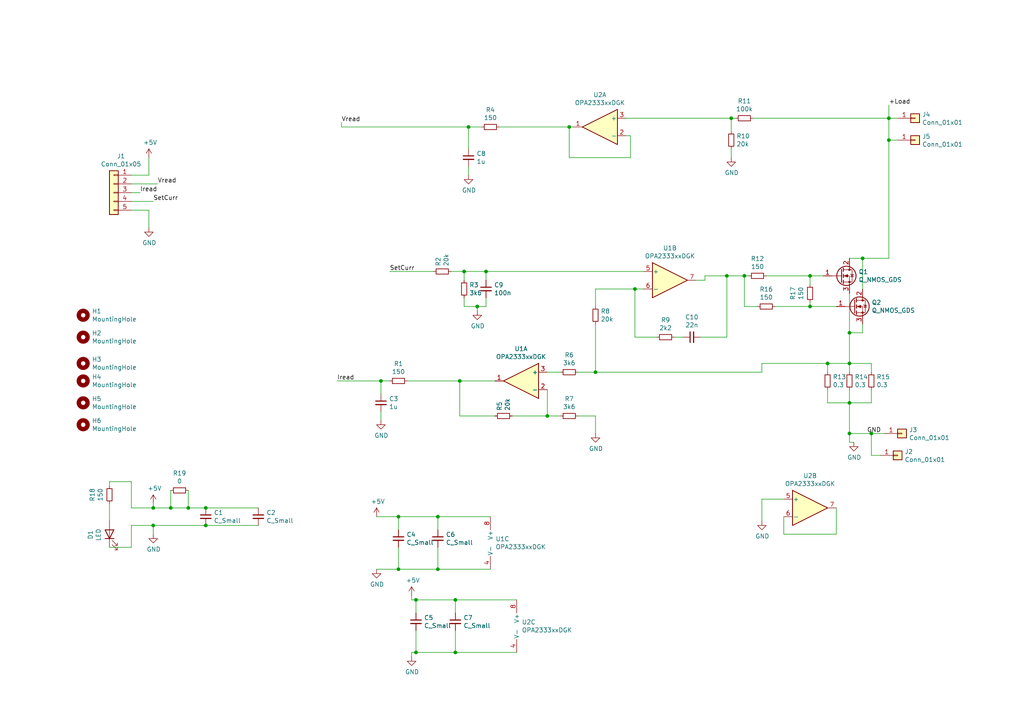
<source format=kicad_sch>
(kicad_sch (version 20211123) (generator eeschema)
  (paper "A4")
  (lib_symbols
    (symbol "Amplifier_Operational:OPA2333xxDGK" (pin_names (offset 0.127))
      (property "Reference" "U" (at 0 5.08 0))
      (property "Value" "OPA2333xxDGK" (at 0 -5.08 0))
      (symbol "OPA2333xxDGK_1_1"
        (polyline (pts (xy -5.08 5.08) (xy 5.08 0) (xy -5.08 -5.08) (xy -5.08 5.08)) (stroke (width 0.254)) (fill (type background)))
        (pin output line (at 7.62 0 180) (length 2.54) (name "~") (number "1"))
        (pin input line (at -7.62 -2.54 0) (length 2.54) (name "-") (number "2"))
        (pin input line (at -7.62 2.54 0) (length 2.54) (name "+") (number "3"))
      )
      (symbol "OPA2333xxDGK_2_1"
        (polyline (pts (xy -5.08 5.08) (xy 5.08 0) (xy -5.08 -5.08) (xy -5.08 5.08)) (stroke (width 0.254)) (fill (type background)))
        (pin input line (at -7.62 2.54 0) (length 2.54) (name "+") (number "5"))
        (pin input line (at -7.62 -2.54 0) (length 2.54) (name "-") (number "6"))
        (pin output line (at 7.62 0 180) (length 2.54) (name "~") (number "7"))
      )
      (symbol "OPA2333xxDGK_3_1"
        (pin power_in line (at -2.54 -7.62 90) (length 3.81) (name "V-") (number "4"))
        (pin power_in line (at -2.54 7.62 270) (length 3.81) (name "V+") (number "8"))
      )
    )
    (symbol "Connector_Generic:Conn_01x01" (pin_names (offset 1.016) hide)
      (property "Reference" "J" (at 0 2.54 0))
      (property "Value" "Conn_01x01" (at 0 -2.54 0))
      (symbol "Conn_01x01_1_1"
        (rectangle (start -1.27 0.127) (end 0 -0.127) (stroke (width 0.1524)))
        (rectangle (start -1.27 1.27) (end 1.27 -1.27) (stroke (width 0.254)) (fill (type background)))
        (pin passive line (at -5.08 0 0) (length 3.81) (name "Pin_1") (number "1"))
      )
    )
    (symbol "Connector_Generic:Conn_01x05" (pin_names (offset 1.016) hide)
      (property "Reference" "J" (at 0 7.62 0))
      (property "Value" "Conn_01x05" (at 0 -7.62 0))
      (symbol "Conn_01x05_1_1"
        (rectangle (start -1.27 -4.953) (end 0 -5.207) (stroke (width 0.1524)))
        (rectangle (start -1.27 -2.413) (end 0 -2.667) (stroke (width 0.1524)))
        (rectangle (start -1.27 0.127) (end 0 -0.127) (stroke (width 0.1524)))
        (rectangle (start -1.27 2.667) (end 0 2.413) (stroke (width 0.1524)))
        (rectangle (start -1.27 5.207) (end 0 4.953) (stroke (width 0.1524)))
        (rectangle (start -1.27 6.35) (end 1.27 -6.35) (stroke (width 0.254)) (fill (type background)))
        (pin passive line (at -5.08 5.08 0) (length 3.81) (name "Pin_1") (number "1"))
        (pin passive line (at -5.08 2.54 0) (length 3.81) (name "Pin_2") (number "2"))
        (pin passive line (at -5.08 0 0) (length 3.81) (name "Pin_3") (number "3"))
        (pin passive line (at -5.08 -2.54 0) (length 3.81) (name "Pin_4") (number "4"))
        (pin passive line (at -5.08 -5.08 0) (length 3.81) (name "Pin_5") (number "5"))
      )
    )
    (symbol "Device:C_Small" (pin_numbers hide) (pin_names (offset 0.254) hide)
      (property "Reference" "C" (at 0.254 1.778 0))
      (property "Value" "C_Small" (at 0.254 -2.032 0))
      (symbol "C_Small_0_1"
        (polyline (pts (xy -1.524 -0.508) (xy 1.524 -0.508)) (stroke (width 0.3302)))
        (polyline (pts (xy -1.524 0.508) (xy 1.524 0.508)) (stroke (width 0.3048)))
      )
      (symbol "C_Small_1_1"
        (pin passive line (at 0 2.54 270) (length 2.032) (name "~") (number "1"))
        (pin passive line (at 0 -2.54 90) (length 2.032) (name "~") (number "2"))
      )
    )
    (symbol "Device:LED" (pin_numbers hide) (pin_names (offset 1.016) hide)
      (property "Reference" "D" (at 0 2.54 0))
      (property "Value" "LED" (at 0 -2.54 0))
      (symbol "LED_0_1"
        (polyline (pts (xy -1.27 -1.27) (xy -1.27 1.27)) (stroke (width 0.254)))
        (polyline (pts (xy -1.27 0) (xy 1.27 0)))
        (polyline (pts (xy 1.27 -1.27) (xy 1.27 1.27) (xy -1.27 0) (xy 1.27 -1.27)) (stroke (width 0.254)))
        (polyline (pts (xy -3.048 -0.762) (xy -4.572 -2.286) (xy -3.81 -2.286) (xy -4.572 -2.286) (xy -4.572 -1.524)))
        (polyline (pts (xy -1.778 -0.762) (xy -3.302 -2.286) (xy -2.54 -2.286) (xy -3.302 -2.286) (xy -3.302 -1.524)))
      )
      (symbol "LED_1_1"
        (pin passive line (at -3.81 0 0) (length 2.54) (name "K") (number "1"))
        (pin passive line (at 3.81 0 180) (length 2.54) (name "A") (number "2"))
      )
    )
    (symbol "Device:Q_NMOS_GDS" (pin_names (offset 0) hide)
      (property "Reference" "Q" (at 5.08 1.27 0))
      (property "Value" "Q_NMOS_GDS" (at 5.08 -1.27 0))
      (symbol "Q_NMOS_GDS_0_1"
        (polyline (pts (xy 0.254 0) (xy -2.54 0)))
        (polyline (pts (xy 0.254 1.905) (xy 0.254 -1.905)) (stroke (width 0.254)))
        (polyline (pts (xy 0.762 -1.27) (xy 0.762 -2.286)) (stroke (width 0.254)))
        (polyline (pts (xy 0.762 0.508) (xy 0.762 -0.508)) (stroke (width 0.254)))
        (polyline (pts (xy 0.762 2.286) (xy 0.762 1.27)) (stroke (width 0.254)))
        (polyline (pts (xy 2.54 2.54) (xy 2.54 1.778)))
        (polyline (pts (xy 2.54 -2.54) (xy 2.54 0) (xy 0.762 0)))
        (polyline (pts (xy 0.762 -1.778) (xy 3.302 -1.778) (xy 3.302 1.778) (xy 0.762 1.778)))
        (polyline (pts (xy 1.016 0) (xy 2.032 0.381) (xy 2.032 -0.381) (xy 1.016 0)) (fill (type outline)))
        (polyline (pts (xy 2.794 0.508) (xy 2.921 0.381) (xy 3.683 0.381) (xy 3.81 0.254)))
        (polyline (pts (xy 3.302 0.381) (xy 2.921 -0.254) (xy 3.683 -0.254) (xy 3.302 0.381)))
        (circle (center 1.651 0) (radius 2.794) (stroke (width 0.254)))
        (circle (center 2.54 -1.778) (radius 0.254) (fill (type outline)))
        (circle (center 2.54 1.778) (radius 0.254) (fill (type outline)))
      )
      (symbol "Q_NMOS_GDS_1_1"
        (pin input line (at -5.08 0 0) (length 2.54) (name "G") (number "1"))
        (pin passive line (at 2.54 5.08 270) (length 2.54) (name "D") (number "2"))
        (pin passive line (at 2.54 -5.08 90) (length 2.54) (name "S") (number "3"))
      )
    )
    (symbol "Device:R_Small" (pin_numbers hide) (pin_names (offset 0.254) hide)
      (property "Reference" "R" (at 0.762 0.508 0))
      (property "Value" "R_Small" (at 0.762 -1.016 0))
      (symbol "R_Small_0_1"
        (rectangle (start -0.762 1.778) (end 0.762 -1.778) (stroke (width 0.2032)))
      )
      (symbol "R_Small_1_1"
        (pin passive line (at 0 2.54 270) (length 0.762) (name "~") (number "1"))
        (pin passive line (at 0 -2.54 90) (length 0.762) (name "~") (number "2"))
      )
    )
    (symbol "Mechanical:MountingHole" (pin_names (offset 1.016))
      (property "Reference" "H" (at 0 5.08 0))
      (property "Value" "MountingHole" (at 0 3.175 0))
      (symbol "MountingHole_0_1"
        (circle (center 0 0) (radius 1.27) (stroke (width 1.27)))
      )
    )
    (symbol "power:+5V" (power) (pin_names (offset 0))
      (property "Value" "+5V" (at 0 3.556 0))
      (symbol "+5V_0_1"
        (polyline (pts (xy -0.762 1.27) (xy 0 2.54)))
        (polyline (pts (xy 0 0) (xy 0 2.54)))
        (polyline (pts (xy 0 2.54) (xy 0.762 1.27)))
      )
      (symbol "+5V_1_1"
        (pin power_in line (at 0 0 90) (length 0) hide (name "+5V") (number "1"))
      )
    )
    (symbol "power:GND" (power) (pin_names (offset 0))
      (property "Value" "GND" (at 0 -3.81 0))
      (symbol "GND_0_1"
        (polyline (pts (xy 0 0) (xy 0 -1.27) (xy 1.27 -1.27) (xy 0 -2.54) (xy -1.27 -1.27) (xy 0 -1.27)))
      )
      (symbol "GND_1_1"
        (pin power_in line (at 0 0 270) (length 0) hide (name "GND") (number "1"))
      )
    )
  )
  (junction (at 140.97 78.74))
  (junction (at 184.15 83.82))
  (junction (at 246.38 105.41))
  (junction (at 115.57 165.1))
  (junction (at 44.45 147.32))
  (junction (at 127 149.86))
  (junction (at 252.73 125.73))
  (junction (at 212.09 34.29))
  (junction (at 133.35 110.49))
  (junction (at 120.65 189.23))
  (junction (at 132.08 189.23))
  (junction (at 115.57 149.86))
  (junction (at 215.9 80.01))
  (junction (at 240.03 105.41))
  (junction (at 257.81 40.64))
  (junction (at 165.1 36.83))
  (junction (at 158.75 120.65))
  (junction (at 172.72 107.95))
  (junction (at 234.95 88.9))
  (junction (at 210.82 80.01))
  (junction (at 59.69 152.4))
  (junction (at 134.62 78.74))
  (junction (at 246.38 116.84))
  (junction (at 135.89 36.83))
  (junction (at 138.43 88.9))
  (junction (at 246.38 125.73))
  (junction (at 49.53 147.32))
  (junction (at 59.69 147.32))
  (junction (at 120.65 173.99))
  (junction (at 246.38 96.52))
  (junction (at 250.19 74.93))
  (junction (at 234.95 80.01))
  (junction (at 132.08 173.99))
  (junction (at 54.61 147.32))
  (junction (at 257.81 34.29))
  (junction (at 110.49 110.49))
  (junction (at 44.45 152.4))
  (junction (at 127 165.1))
  (wire (pts (xy 134.62 88.9) (xy 138.43 88.9)))
  (wire (pts (xy 142.24 165.1) (xy 127 165.1)))
  (wire (pts (xy 240.03 116.84) (xy 246.38 116.84)))
  (wire (pts (xy 158.75 120.65) (xy 148.59 120.65)))
  (wire (pts (xy 227.33 149.86) (xy 227.33 154.94)))
  (wire (pts (xy 167.64 107.95) (xy 172.72 107.95)))
  (wire (pts (xy 186.69 83.82) (xy 184.15 83.82)))
  (wire (pts (xy 120.65 189.23) (xy 119.38 189.23)))
  (wire (pts (xy 260.35 34.29) (xy 257.81 34.29)))
  (wire (pts (xy 215.9 88.9) (xy 219.71 88.9)))
  (wire (pts (xy 127 149.86) (xy 142.24 149.86)))
  (wire (pts (xy 132.08 182.88) (xy 132.08 189.23)))
  (wire (pts (xy 135.89 36.83) (xy 135.89 43.18)))
  (wire (pts (xy 38.1 53.34) (xy 45.72 53.34)))
  (wire (pts (xy 257.81 34.29) (xy 257.81 30.48)))
  (wire (pts (xy 246.38 128.27) (xy 247.65 128.27)))
  (wire (pts (xy 119.38 173.99) (xy 120.65 173.99)))
  (wire (pts (xy 227.33 154.94) (xy 242.57 154.94)))
  (wire (pts (xy 38.1 152.4) (xy 44.45 152.4)))
  (wire (pts (xy 181.61 34.29) (xy 212.09 34.29)))
  (wire (pts (xy 99.06 36.83) (xy 135.89 36.83)))
  (wire (pts (xy 140.97 88.9) (xy 138.43 88.9)))
  (wire (pts (xy 31.75 139.7) (xy 38.1 139.7)))
  (wire (pts (xy 120.65 182.88) (xy 120.65 189.23)))
  (wire (pts (xy 218.44 34.29) (xy 257.81 34.29)))
  (wire (pts (xy 252.73 107.95) (xy 252.73 105.41)))
  (wire (pts (xy 234.95 80.01) (xy 238.76 80.01)))
  (wire (pts (xy 109.22 149.86) (xy 115.57 149.86)))
  (wire (pts (xy 133.35 110.49) (xy 143.51 110.49)))
  (wire (pts (xy 31.75 140.97) (xy 31.75 139.7)))
  (wire (pts (xy 110.49 110.49) (xy 97.79 110.49)))
  (wire (pts (xy 119.38 172.72) (xy 119.38 173.99)))
  (wire (pts (xy 99.06 36.83) (xy 99.06 35.56)))
  (wire (pts (xy 255.27 132.08) (xy 252.73 132.08)))
  (wire (pts (xy 215.9 88.9) (xy 215.9 80.01)))
  (wire (pts (xy 252.73 116.84) (xy 252.73 113.03)))
  (wire (pts (xy 110.49 121.92) (xy 110.49 119.38)))
  (wire (pts (xy 38.1 58.42) (xy 44.45 58.42)))
  (wire (pts (xy 127 158.75) (xy 127 165.1)))
  (wire (pts (xy 210.82 97.79) (xy 210.82 80.01)))
  (wire (pts (xy 246.38 116.84) (xy 252.73 116.84)))
  (wire (pts (xy 140.97 86.36) (xy 140.97 88.9)))
  (wire (pts (xy 203.2 97.79) (xy 210.82 97.79)))
  (wire (pts (xy 210.82 80.01) (xy 204.47 80.01)))
  (wire (pts (xy 246.38 107.95) (xy 246.38 105.41)))
  (wire (pts (xy 38.1 147.32) (xy 44.45 147.32)))
  (wire (pts (xy 252.73 125.73) (xy 256.54 125.73)))
  (wire (pts (xy 212.09 34.29) (xy 213.36 34.29)))
  (wire (pts (xy 140.97 81.28) (xy 140.97 78.74)))
  (wire (pts (xy 119.38 189.23) (xy 119.38 190.5)))
  (wire (pts (xy 31.75 158.75) (xy 38.1 158.75)))
  (wire (pts (xy 143.51 120.65) (xy 133.35 120.65)))
  (wire (pts (xy 110.49 110.49) (xy 113.03 110.49)))
  (wire (pts (xy 212.09 43.18) (xy 212.09 45.72)))
  (wire (pts (xy 246.38 116.84) (xy 246.38 125.73)))
  (wire (pts (xy 246.38 125.73) (xy 246.38 128.27)))
  (wire (pts (xy 133.35 120.65) (xy 133.35 110.49)))
  (wire (pts (xy 257.81 40.64) (xy 257.81 34.29)))
  (wire (pts (xy 113.03 78.74) (xy 125.73 78.74)))
  (wire (pts (xy 240.03 113.03) (xy 240.03 116.84)))
  (wire (pts (xy 115.57 149.86) (xy 127 149.86)))
  (wire (pts (xy 215.9 80.01) (xy 217.17 80.01)))
  (wire (pts (xy 204.47 80.01) (xy 204.47 81.28)))
  (wire (pts (xy 172.72 125.73) (xy 172.72 120.65)))
  (wire (pts (xy 54.61 142.24) (xy 54.61 147.32)))
  (wire (pts (xy 260.35 40.64) (xy 257.81 40.64)))
  (wire (pts (xy 222.25 80.01) (xy 234.95 80.01)))
  (wire (pts (xy 158.75 113.03) (xy 158.75 120.65)))
  (wire (pts (xy 44.45 146.05) (xy 44.45 147.32)))
  (wire (pts (xy 182.88 45.72) (xy 165.1 45.72)))
  (wire (pts (xy 234.95 87.63) (xy 234.95 88.9)))
  (wire (pts (xy 246.38 116.84) (xy 246.38 113.03)))
  (wire (pts (xy 134.62 81.28) (xy 134.62 78.74)))
  (wire (pts (xy 120.65 173.99) (xy 132.08 173.99)))
  (wire (pts (xy 120.65 177.8) (xy 120.65 173.99)))
  (wire (pts (xy 172.72 83.82) (xy 184.15 83.82)))
  (wire (pts (xy 139.7 36.83) (xy 135.89 36.83)))
  (wire (pts (xy 165.1 45.72) (xy 165.1 36.83)))
  (wire (pts (xy 134.62 78.74) (xy 130.81 78.74)))
  (wire (pts (xy 158.75 107.95) (xy 162.56 107.95)))
  (wire (pts (xy 250.19 93.98) (xy 250.19 96.52)))
  (wire (pts (xy 181.61 39.37) (xy 182.88 39.37)))
  (wire (pts (xy 74.93 152.4) (xy 59.69 152.4)))
  (wire (pts (xy 44.45 152.4) (xy 44.45 154.94)))
  (wire (pts (xy 38.1 139.7) (xy 38.1 147.32)))
  (wire (pts (xy 127 165.1) (xy 115.57 165.1)))
  (wire (pts (xy 234.95 82.55) (xy 234.95 80.01)))
  (wire (pts (xy 246.38 96.52) (xy 246.38 105.41)))
  (wire (pts (xy 220.98 144.78) (xy 220.98 151.13)))
  (wire (pts (xy 43.18 60.96) (xy 38.1 60.96)))
  (wire (pts (xy 250.19 74.93) (xy 257.81 74.93)))
  (wire (pts (xy 132.08 177.8) (xy 132.08 173.99)))
  (wire (pts (xy 165.1 36.83) (xy 166.37 36.83)))
  (wire (pts (xy 210.82 80.01) (xy 215.9 80.01)))
  (wire (pts (xy 212.09 38.1) (xy 212.09 34.29)))
  (wire (pts (xy 38.1 55.88) (xy 40.64 55.88)))
  (wire (pts (xy 234.95 88.9) (xy 242.57 88.9)))
  (wire (pts (xy 224.79 88.9) (xy 234.95 88.9)))
  (wire (pts (xy 184.15 83.82) (xy 184.15 97.79)))
  (wire (pts (xy 54.61 147.32) (xy 59.69 147.32)))
  (wire (pts (xy 246.38 85.09) (xy 246.38 96.52)))
  (wire (pts (xy 165.1 36.83) (xy 144.78 36.83)))
  (wire (pts (xy 115.57 153.67) (xy 115.57 149.86)))
  (wire (pts (xy 134.62 86.36) (xy 134.62 88.9)))
  (wire (pts (xy 220.98 105.41) (xy 240.03 105.41)))
  (wire (pts (xy 138.43 88.9) (xy 138.43 90.17)))
  (wire (pts (xy 220.98 107.95) (xy 220.98 105.41)))
  (wire (pts (xy 257.81 74.93) (xy 257.81 40.64)))
  (wire (pts (xy 38.1 158.75) (xy 38.1 152.4)))
  (wire (pts (xy 182.88 39.37) (xy 182.88 45.72)))
  (wire (pts (xy 43.18 50.8) (xy 43.18 45.72)))
  (wire (pts (xy 198.12 97.79) (xy 195.58 97.79)))
  (wire (pts (xy 250.19 83.82) (xy 250.19 74.93)))
  (wire (pts (xy 44.45 147.32) (xy 49.53 147.32)))
  (wire (pts (xy 246.38 74.93) (xy 250.19 74.93)))
  (wire (pts (xy 133.35 110.49) (xy 118.11 110.49)))
  (wire (pts (xy 132.08 173.99) (xy 149.86 173.99)))
  (wire (pts (xy 59.69 152.4) (xy 44.45 152.4)))
  (wire (pts (xy 252.73 132.08) (xy 252.73 125.73)))
  (wire (pts (xy 227.33 144.78) (xy 220.98 144.78)))
  (wire (pts (xy 132.08 189.23) (xy 120.65 189.23)))
  (wire (pts (xy 172.72 107.95) (xy 172.72 93.98)))
  (wire (pts (xy 246.38 105.41) (xy 240.03 105.41)))
  (wire (pts (xy 38.1 50.8) (xy 43.18 50.8)))
  (wire (pts (xy 31.75 151.13) (xy 31.75 146.05)))
  (wire (pts (xy 127 153.67) (xy 127 149.86)))
  (wire (pts (xy 49.53 147.32) (xy 54.61 147.32)))
  (wire (pts (xy 49.53 142.24) (xy 49.53 147.32)))
  (wire (pts (xy 43.18 66.04) (xy 43.18 60.96)))
  (wire (pts (xy 115.57 158.75) (xy 115.57 165.1)))
  (wire (pts (xy 59.69 147.32) (xy 74.93 147.32)))
  (wire (pts (xy 204.47 81.28) (xy 201.93 81.28)))
  (wire (pts (xy 172.72 120.65) (xy 167.64 120.65)))
  (wire (pts (xy 172.72 88.9) (xy 172.72 83.82)))
  (wire (pts (xy 110.49 114.3) (xy 110.49 110.49)))
  (wire (pts (xy 140.97 78.74) (xy 134.62 78.74)))
  (wire (pts (xy 186.69 78.74) (xy 140.97 78.74)))
  (wire (pts (xy 149.86 189.23) (xy 132.08 189.23)))
  (wire (pts (xy 240.03 105.41) (xy 240.03 107.95)))
  (wire (pts (xy 184.15 97.79) (xy 190.5 97.79)))
  (wire (pts (xy 246.38 125.73) (xy 252.73 125.73)))
  (wire (pts (xy 172.72 107.95) (xy 220.98 107.95)))
  (wire (pts (xy 135.89 50.8) (xy 135.89 48.26)))
  (wire (pts (xy 242.57 154.94) (xy 242.57 147.32)))
  (wire (pts (xy 115.57 165.1) (xy 109.22 165.1)))
  (wire (pts (xy 252.73 105.41) (xy 246.38 105.41)))
  (wire (pts (xy 158.75 120.65) (xy 162.56 120.65)))
  (wire (pts (xy 250.19 96.52) (xy 246.38 96.52)))
  (label "SetCurr" (at 113.03 78.74 0))
  (label "Vread" (at 45.72 53.34 0))
  (label "Iread" (at 97.79 110.49 0))
  (label "GND" (at 251.46 125.73 0))
  (label "SetCurr" (at 44.45 58.42 0))
  (label "Vread" (at 99.06 35.56 0))
  (label "Iread" (at 40.64 55.88 0))
  (label "+Load" (at 257.81 30.48 0))
  (symbol (lib_id "Connector_Generic:Conn_01x05") (at 33.02 55.88 0) (mirror y) (unit 1)
    (property "Reference" "J1" (at 35.1028 45.2882 0))
    (property "Value" "Conn_01x05" (at 35.1028 47.5996 0))
    (property "Footprint" "Connector_JST:JST_XH_B5B-XH-AM_1x05_P2.50mm_Vertical" (effects hide))
  )
  (symbol (lib_id "power:GND") (at 43.18 66.04 0) (unit 1)
    (property "Reference" "#PWR0101" (effects hide))
    (property "Value" "GND" (at 43.307 70.4342 0))
  )
  (symbol (lib_id "power:+5V") (at 43.18 45.72 0) (unit 1)
    (property "Reference" "#PWR0102" (effects hide))
    (property "Value" "+5V" (at 43.561 41.3258 0))
  )
  (symbol (lib_id "Amplifier_Operational:OPA2333xxDGK") (at 173.99 36.83 0) (mirror y) (unit 1)
    (property "Reference" "U2" (at 173.99 27.5082 0))
    (property "Value" "OPA2333xxDGK" (at 173.99 29.8196 0))
    (property "Footprint" "Package_SO:VSSOP-8_3.0x3.0mm_P0.65mm" (effects hide))
    (property "Datasheet" "http://www.ti.com/lit/ds/symlink/opa333.pdf" (effects hide))
  )
  (symbol (lib_id "Amplifier_Operational:OPA2333xxDGK") (at 234.95 147.32 0) (unit 2)
    (property "Reference" "U2" (at 234.95 137.9982 0))
    (property "Value" "OPA2333xxDGK" (at 234.95 140.3096 0))
    (property "Footprint" "Package_SO:VSSOP-8_3.0x3.0mm_P0.65mm" (effects hide))
    (property "Datasheet" "http://www.ti.com/lit/ds/symlink/opa333.pdf" (effects hide))
  )
  (symbol (lib_id "Amplifier_Operational:OPA2333xxDGK") (at 144.78 157.48 0) (unit 3)
    (property "Reference" "U1" (at 143.7132 156.3116 0) (effects (justify left)))
    (property "Value" "OPA2333xxDGK" (at 143.7132 158.623 0) (effects (justify left)))
    (property "Footprint" "Package_SO:VSSOP-8_3.0x3.0mm_P0.65mm" (effects hide))
    (property "Datasheet" "http://www.ti.com/lit/ds/symlink/opa333.pdf" (effects hide))
  )
  (symbol (lib_id "Amplifier_Operational:OPA2333xxDGK") (at 151.13 110.49 0) (mirror y) (unit 1)
    (property "Reference" "U1" (at 151.13 101.1682 0))
    (property "Value" "OPA2333xxDGK" (at 151.13 103.4796 0))
    (property "Footprint" "Package_SO:VSSOP-8_3.0x3.0mm_P0.65mm" (effects hide))
    (property "Datasheet" "http://www.ti.com/lit/ds/symlink/opa333.pdf" (effects hide))
  )
  (symbol (lib_id "Amplifier_Operational:OPA2333xxDGK") (at 194.31 81.28 0) (unit 2)
    (property "Reference" "U1" (at 194.31 71.9582 0))
    (property "Value" "OPA2333xxDGK" (at 194.31 74.2696 0))
    (property "Footprint" "Package_SO:VSSOP-8_3.0x3.0mm_P0.65mm" (effects hide))
    (property "Datasheet" "http://www.ti.com/lit/ds/symlink/opa333.pdf" (effects hide))
  )
  (symbol (lib_id "Amplifier_Operational:OPA2333xxDGK") (at 152.4 181.61 0) (unit 3)
    (property "Reference" "U2" (at 151.3332 180.4416 0) (effects (justify left)))
    (property "Value" "OPA2333xxDGK" (at 151.3332 182.753 0) (effects (justify left)))
    (property "Footprint" "Package_SO:VSSOP-8_3.0x3.0mm_P0.65mm" (effects hide))
    (property "Datasheet" "http://www.ti.com/lit/ds/symlink/opa333.pdf" (effects hide))
  )
  (symbol (lib_id "Device:R_Small") (at 219.71 80.01 90) (unit 1)
    (property "Reference" "R12" (at 219.71 75.0316 90))
    (property "Value" "150" (at 219.71 77.343 90))
    (property "Footprint" "Resistor_SMD:R_0805_2012Metric_Pad1.20x1.40mm_HandSolder" (effects hide))
  )
  (symbol (lib_id "Device:C_Small") (at 200.66 97.79 90) (unit 1)
    (property "Reference" "C10" (at 200.66 91.9734 90))
    (property "Value" "22n" (at 200.66 94.2848 90))
    (property "Footprint" "Capacitor_SMD:C_0805_2012Metric_Pad1.18x1.45mm_HandSolder" (effects hide))
  )
  (symbol (lib_id "Device:C_Small") (at 59.69 149.86 0) (unit 1)
    (property "Reference" "C1" (at 62.0268 148.6916 0) (effects (justify left)))
    (property "Value" "C_Small" (at 62.0268 151.003 0) (effects (justify left)))
    (property "Footprint" "Capacitor_SMD:C_0805_2012Metric_Pad1.18x1.45mm_HandSolder" (effects hide))
  )
  (symbol (lib_id "Device:C_Small") (at 74.93 149.86 0) (unit 1)
    (property "Reference" "C2" (at 77.2668 148.6916 0) (effects (justify left)))
    (property "Value" "C_Small" (at 77.2668 151.003 0) (effects (justify left)))
    (property "Footprint" "Capacitor_SMD:C_0805_2012Metric_Pad1.18x1.45mm_HandSolder" (effects hide))
  )
  (symbol (lib_id "Device:C_Small") (at 115.57 156.21 0) (unit 1)
    (property "Reference" "C4" (at 117.9068 155.0416 0) (effects (justify left)))
    (property "Value" "C_Small" (at 117.9068 157.353 0) (effects (justify left)))
    (property "Footprint" "Capacitor_SMD:C_0805_2012Metric_Pad1.18x1.45mm_HandSolder" (effects hide))
  )
  (symbol (lib_id "power:GND") (at 220.98 151.13 0) (unit 1)
    (property "Reference" "#PWR0103" (effects hide))
    (property "Value" "GND" (at 221.107 155.5242 0))
  )
  (symbol (lib_id "power:+5V") (at 109.22 149.86 0) (unit 1)
    (property "Reference" "#PWR0104" (effects hide))
    (property "Value" "+5V" (at 109.601 145.4658 0))
  )
  (symbol (lib_id "power:GND") (at 109.22 165.1 0) (unit 1)
    (property "Reference" "#PWR0105" (effects hide))
    (property "Value" "GND" (at 109.347 169.4942 0))
  )
  (symbol (lib_id "power:+5V") (at 44.45 146.05 0) (unit 1)
    (property "Reference" "#PWR0106" (effects hide))
    (property "Value" "+5V" (at 44.831 141.6558 0))
  )
  (symbol (lib_id "power:GND") (at 44.45 154.94 0) (unit 1)
    (property "Reference" "#PWR0107" (effects hide))
    (property "Value" "GND" (at 44.577 159.3342 0))
  )
  (symbol (lib_id "Device:C_Small") (at 127 156.21 0) (unit 1)
    (property "Reference" "C6" (at 129.3368 155.0416 0) (effects (justify left)))
    (property "Value" "C_Small" (at 129.3368 157.353 0) (effects (justify left)))
    (property "Footprint" "Capacitor_SMD:C_0805_2012Metric_Pad1.18x1.45mm_HandSolder" (effects hide))
  )
  (symbol (lib_id "Device:C_Small") (at 120.65 180.34 0) (unit 1)
    (property "Reference" "C5" (at 122.9868 179.1716 0) (effects (justify left)))
    (property "Value" "C_Small" (at 122.9868 181.483 0) (effects (justify left)))
    (property "Footprint" "Capacitor_SMD:C_0805_2012Metric_Pad1.18x1.45mm_HandSolder" (effects hide))
  )
  (symbol (lib_id "Device:C_Small") (at 132.08 180.34 0) (unit 1)
    (property "Reference" "C7" (at 134.4168 179.1716 0) (effects (justify left)))
    (property "Value" "C_Small" (at 134.4168 181.483 0) (effects (justify left)))
    (property "Footprint" "Capacitor_SMD:C_0805_2012Metric_Pad1.18x1.45mm_HandSolder" (effects hide))
  )
  (symbol (lib_id "power:+5V") (at 119.38 172.72 0) (unit 1)
    (property "Reference" "#PWR0108" (effects hide))
    (property "Value" "+5V" (at 119.761 168.3258 0))
  )
  (symbol (lib_id "power:GND") (at 119.38 190.5 0) (unit 1)
    (property "Reference" "#PWR0109" (effects hide))
    (property "Value" "GND" (at 119.507 194.8942 0))
  )
  (symbol (lib_id "power:GND") (at 172.72 125.73 0) (unit 1)
    (property "Reference" "#PWR0110" (effects hide))
    (property "Value" "GND" (at 172.847 130.1242 0))
  )
  (symbol (lib_id "Device:R_Small") (at 142.24 36.83 90) (unit 1)
    (property "Reference" "R4" (at 142.24 31.8516 90))
    (property "Value" "150" (at 142.24 34.163 90))
    (property "Footprint" "Resistor_SMD:R_0805_2012Metric_Pad1.20x1.40mm_HandSolder" (effects hide))
  )
  (symbol (lib_id "Device:C_Small") (at 135.89 45.72 0) (unit 1)
    (property "Reference" "C8" (at 138.2268 44.5516 0) (effects (justify left)))
    (property "Value" "1u" (at 138.2268 46.863 0) (effects (justify left)))
    (property "Footprint" "Capacitor_SMD:C_0805_2012Metric_Pad1.18x1.45mm_HandSolder" (effects hide))
  )
  (symbol (lib_id "Device:R_Small") (at 172.72 91.44 0) (unit 1)
    (property "Reference" "R8" (at 174.2186 90.2716 0) (effects (justify left)))
    (property "Value" "20k" (at 174.2186 92.583 0) (effects (justify left)))
    (property "Footprint" "Resistor_SMD:R_0805_2012Metric_Pad1.20x1.40mm_HandSolder" (effects hide))
  )
  (symbol (lib_id "Device:C_Small") (at 110.49 116.84 0) (unit 1)
    (property "Reference" "C3" (at 112.8268 115.6716 0) (effects (justify left)))
    (property "Value" "1u" (at 112.8268 117.983 0) (effects (justify left)))
    (property "Footprint" "Capacitor_SMD:C_0805_2012Metric_Pad1.18x1.45mm_HandSolder" (effects hide))
  )
  (symbol (lib_id "Device:R_Small") (at 215.9 34.29 90) (unit 1)
    (property "Reference" "R11" (at 215.9 29.3116 90))
    (property "Value" "100k" (at 215.9 31.623 90))
    (property "Footprint" "Resistor_SMD:R_0805_2012Metric_Pad1.20x1.40mm_HandSolder" (effects hide))
  )
  (symbol (lib_id "Device:R_Small") (at 212.09 40.64 0) (unit 1)
    (property "Reference" "R10" (at 213.5886 39.4716 0) (effects (justify left)))
    (property "Value" "20k" (at 213.5886 41.783 0) (effects (justify left)))
    (property "Footprint" "Resistor_SMD:R_0805_2012Metric_Pad1.20x1.40mm_HandSolder" (effects hide))
  )
  (symbol (lib_id "power:GND") (at 212.09 45.72 0) (unit 1)
    (property "Reference" "#PWR0111" (effects hide))
    (property "Value" "GND" (at 212.217 50.1142 0))
  )
  (symbol (lib_id "power:GND") (at 247.65 128.27 0) (unit 1)
    (property "Reference" "#PWR0112" (effects hide))
    (property "Value" "GND" (at 247.777 132.6642 0))
  )
  (symbol (lib_id "Device:R_Small") (at 240.03 110.49 0) (unit 1)
    (property "Reference" "R13" (at 241.5286 109.3216 0) (effects (justify left)))
    (property "Value" "0.3" (at 241.5286 111.633 0) (effects (justify left)))
    (property "Footprint" "Resistor_SMD:R_2512_6332Metric_Pad1.40x3.35mm_HandSolder" (effects hide))
    (property "Datasheet" "ERJ-1TRQFR30U" (effects hide))
  )
  (symbol (lib_id "power:GND") (at 135.89 50.8 0) (unit 1)
    (property "Reference" "#PWR0113" (effects hide))
    (property "Value" "GND" (at 136.017 55.1942 0))
  )
  (symbol (lib_id "Device:R_Small") (at 193.04 97.79 90) (unit 1)
    (property "Reference" "R9" (at 193.04 92.8116 90))
    (property "Value" "2k2" (at 193.04 95.123 90))
    (property "Footprint" "Resistor_SMD:R_0805_2012Metric_Pad1.20x1.40mm_HandSolder" (effects hide))
  )
  (symbol (lib_id "Device:C_Small") (at 140.97 83.82 0) (unit 1)
    (property "Reference" "C9" (at 143.3068 82.6516 0) (effects (justify left)))
    (property "Value" "100n" (at 143.3068 84.963 0) (effects (justify left)))
    (property "Footprint" "Capacitor_SMD:C_0805_2012Metric_Pad1.18x1.45mm_HandSolder" (effects hide))
  )
  (symbol (lib_id "Device:R_Small") (at 165.1 107.95 90) (unit 1)
    (property "Reference" "R6" (at 165.1 102.9716 90))
    (property "Value" "3k6" (at 165.1 105.283 90))
    (property "Footprint" "Resistor_SMD:R_0805_2012Metric_Pad1.20x1.40mm_HandSolder" (effects hide))
  )
  (symbol (lib_id "Device:R_Small") (at 128.27 78.74 90) (unit 1)
    (property "Reference" "R2" (at 127.1016 77.2414 0) (effects (justify left)))
    (property "Value" "20k" (at 129.413 77.2414 0) (effects (justify left)))
    (property "Footprint" "Resistor_SMD:R_0805_2012Metric_Pad1.20x1.40mm_HandSolder" (effects hide))
  )
  (symbol (lib_id "Device:R_Small") (at 134.62 83.82 180) (unit 1)
    (property "Reference" "R3" (at 136.1186 82.6516 0) (effects (justify right)))
    (property "Value" "3k6" (at 136.1186 84.963 0) (effects (justify right)))
    (property "Footprint" "Resistor_SMD:R_0805_2012Metric_Pad1.20x1.40mm_HandSolder" (effects hide))
  )
  (symbol (lib_id "power:GND") (at 138.43 90.17 0) (unit 1)
    (property "Reference" "#PWR0114" (effects hide))
    (property "Value" "GND" (at 138.557 94.5642 0))
  )
  (symbol (lib_id "Device:R_Small") (at 115.57 110.49 90) (unit 1)
    (property "Reference" "R1" (at 115.57 105.5116 90))
    (property "Value" "150" (at 115.57 107.823 90))
    (property "Footprint" "Resistor_SMD:R_0805_2012Metric_Pad1.20x1.40mm_HandSolder" (effects hide))
  )
  (symbol (lib_id "Device:R_Small") (at 146.05 120.65 90) (unit 1)
    (property "Reference" "R5" (at 144.8816 119.1514 0) (effects (justify left)))
    (property "Value" "20k" (at 147.193 119.1514 0) (effects (justify left)))
    (property "Footprint" "Resistor_SMD:R_0805_2012Metric_Pad1.20x1.40mm_HandSolder" (effects hide))
  )
  (symbol (lib_id "Device:R_Small") (at 165.1 120.65 90) (unit 1)
    (property "Reference" "R7" (at 165.1 115.6716 90))
    (property "Value" "3k6" (at 165.1 117.983 90))
    (property "Footprint" "Resistor_SMD:R_0805_2012Metric_Pad1.20x1.40mm_HandSolder" (effects hide))
  )
  (symbol (lib_id "power:GND") (at 110.49 121.92 0) (unit 1)
    (property "Reference" "#PWR0115" (effects hide))
    (property "Value" "GND" (at 110.617 126.3142 0))
  )
  (symbol (lib_id "Connector_Generic:Conn_01x01") (at 265.43 34.29 0) (unit 1)
    (property "Reference" "J4" (at 267.462 33.2232 0) (effects (justify left)))
    (property "Value" "Conn_01x01" (at 267.462 35.5346 0) (effects (justify left)))
    (property "Footprint" "Connector:Banana_Jack_1Pin" (effects hide))
  )
  (symbol (lib_id "Connector_Generic:Conn_01x01") (at 265.43 40.64 0) (unit 1)
    (property "Reference" "J5" (at 267.462 39.5732 0) (effects (justify left)))
    (property "Value" "Conn_01x01" (at 267.462 41.8846 0) (effects (justify left)))
    (property "Footprint" "Connector:Banana_Jack_1Pin" (effects hide))
  )
  (symbol (lib_id "Connector_Generic:Conn_01x01") (at 260.35 132.08 0) (unit 1)
    (property "Reference" "J2" (at 262.382 131.0132 0) (effects (justify left)))
    (property "Value" "Conn_01x01" (at 262.382 133.3246 0) (effects (justify left)))
    (property "Footprint" "Connector:Banana_Jack_1Pin" (effects hide))
  )
  (symbol (lib_id "Connector_Generic:Conn_01x01") (at 261.62 125.73 0) (unit 1)
    (property "Reference" "J3" (at 263.652 124.6632 0) (effects (justify left)))
    (property "Value" "Conn_01x01" (at 263.652 126.9746 0) (effects (justify left)))
    (property "Footprint" "Connector:Banana_Jack_1Pin" (effects hide))
  )
  (symbol (lib_id "Device:R_Small") (at 246.38 110.49 0) (unit 1)
    (property "Reference" "R14" (at 247.8786 109.3216 0) (effects (justify left)))
    (property "Value" "0.3" (at 247.8786 111.633 0) (effects (justify left)))
    (property "Footprint" "Resistor_SMD:R_2512_6332Metric_Pad1.40x3.35mm_HandSolder" (effects hide))
  )
  (symbol (lib_id "Device:R_Small") (at 252.73 110.49 0) (unit 1)
    (property "Reference" "R15" (at 254.2286 109.3216 0) (effects (justify left)))
    (property "Value" "0.3" (at 254.2286 111.633 0) (effects (justify left)))
    (property "Footprint" "Resistor_SMD:R_2512_6332Metric_Pad1.40x3.35mm_HandSolder" (effects hide))
  )
  (symbol (lib_id "Device:Q_NMOS_GDS") (at 243.84 80.01 0) (unit 1)
    (property "Reference" "Q1" (at 249.0216 78.8416 0) (effects (justify left)))
    (property "Value" "Q_NMOS_GDS" (at 249.0216 81.153 0) (effects (justify left)))
    (property "Footprint" "Package_TO_SOT_THT:TO-220F-3_Vertical" (effects hide))
  )
  (symbol (lib_id "Mechanical:MountingHole") (at 24.13 91.44 0) (unit 1)
    (property "Reference" "H1" (at 26.67 90.2716 0) (effects (justify left)))
    (property "Value" "MountingHole" (at 26.67 92.583 0) (effects (justify left)))
    (property "Footprint" "MountingHole:MountingHole_3.2mm_M3" (effects hide))
  )
  (symbol (lib_id "Mechanical:MountingHole") (at 24.13 97.79 0) (unit 1)
    (property "Reference" "H2" (at 26.67 96.6216 0) (effects (justify left)))
    (property "Value" "MountingHole" (at 26.67 98.933 0) (effects (justify left)))
    (property "Footprint" "MountingHole:MountingHole_3.2mm_M3" (effects hide))
  )
  (symbol (lib_id "Mechanical:MountingHole") (at 24.13 105.41 0) (unit 1)
    (property "Reference" "H3" (at 26.67 104.2416 0) (effects (justify left)))
    (property "Value" "MountingHole" (at 26.67 106.553 0) (effects (justify left)))
    (property "Footprint" "MountingHole:MountingHole_3.2mm_M3" (effects hide))
  )
  (symbol (lib_id "Mechanical:MountingHole") (at 24.13 110.49 0) (unit 1)
    (property "Reference" "H4" (at 26.67 109.3216 0) (effects (justify left)))
    (property "Value" "MountingHole" (at 26.67 111.633 0) (effects (justify left)))
    (property "Footprint" "MountingHole:MountingHole_3.2mm_M3" (effects hide))
  )
  (symbol (lib_id "Mechanical:MountingHole") (at 24.13 116.84 0) (unit 1)
    (property "Reference" "H5" (at 26.67 115.6716 0) (effects (justify left)))
    (property "Value" "MountingHole" (at 26.67 117.983 0) (effects (justify left)))
    (property "Footprint" "MountingHole:MountingHole_3.2mm_M3" (effects hide))
  )
  (symbol (lib_id "Mechanical:MountingHole") (at 24.13 123.19 0) (unit 1)
    (property "Reference" "H6" (at 26.67 122.0216 0) (effects (justify left)))
    (property "Value" "MountingHole" (at 26.67 124.333 0) (effects (justify left)))
    (property "Footprint" "MountingHole:MountingHole_3.2mm_M3" (effects hide))
  )
  (symbol (lib_id "Device:Q_NMOS_GDS") (at 247.65 88.9 0) (unit 1)
    (property "Reference" "Q2" (at 252.8316 87.7316 0) (effects (justify left)))
    (property "Value" "Q_NMOS_GDS" (at 252.8316 90.043 0) (effects (justify left)))
    (property "Footprint" "Package_TO_SOT_THT:TO-220F-3_Vertical" (effects hide))
  )
  (symbol (lib_id "Device:R_Small") (at 222.25 88.9 90) (unit 1)
    (property "Reference" "R16" (at 222.25 83.9216 90))
    (property "Value" "150" (at 222.25 86.233 90))
    (property "Footprint" "Resistor_SMD:R_0805_2012Metric_Pad1.20x1.40mm_HandSolder" (effects hide))
  )
  (symbol (lib_id "Device:R_Small") (at 234.95 85.09 180) (unit 1)
    (property "Reference" "R17" (at 229.9716 85.09 90))
    (property "Value" "150" (at 232.283 85.09 90))
    (property "Footprint" "Resistor_SMD:R_0805_2012Metric_Pad1.20x1.40mm_HandSolder" (effects hide))
  )
  (symbol (lib_id "Device:LED") (at 31.75 154.94 90) (unit 1)
    (property "Reference" "D1" (at 26.2382 155.1178 0))
    (property "Value" "LED" (at 28.5496 155.1178 0))
    (property "Footprint" "LED_SMD:LED_PLCC-2" (effects hide))
  )
  (symbol (lib_id "Device:R_Small") (at 31.75 143.51 180) (unit 1)
    (property "Reference" "R18" (at 26.7716 143.51 90))
    (property "Value" "150" (at 29.083 143.51 90))
    (property "Footprint" "Resistor_SMD:R_0805_2012Metric_Pad1.20x1.40mm_HandSolder" (effects hide))
  )
  (symbol (lib_id "Device:R_Small") (at 52.07 142.24 90) (unit 1)
    (property "Reference" "R19" (at 52.07 137.2616 90))
    (property "Value" "0" (at 52.07 139.573 90))
    (property "Footprint" "Resistor_SMD:R_0805_2012Metric_Pad1.20x1.40mm_HandSolder" (effects hide))
  )
)
</source>
